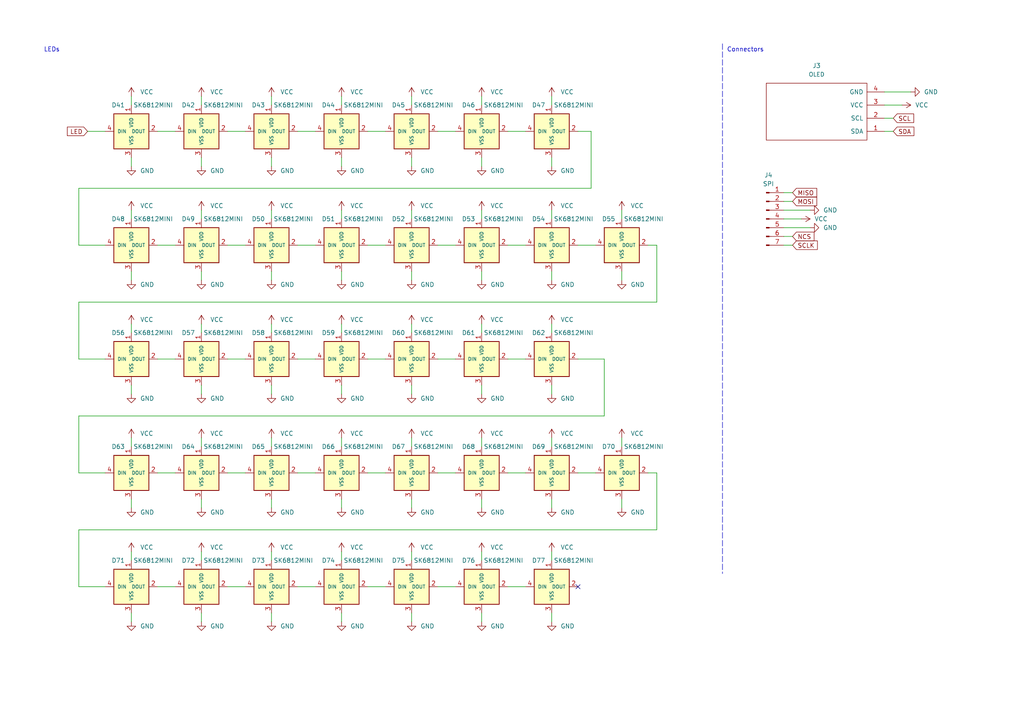
<source format=kicad_sch>
(kicad_sch (version 20211123) (generator eeschema)
  (paper "A4")
  (lib_symbols
    (symbol "ma8ic_split_69:Conn_01x07_Male" (pin_names (offset 1.016) hide)
      (property "Reference" "J" (at 0 10.16 0))
      (property "Value" "Conn_01x07_Male" (at 0 -10.16 0))
      (symbol "Conn_01x07_Male_1_1"
        (polyline (pts (xy 1.27 -7.62) (xy 0.8636 -7.62)) (stroke (width 0.1524)))
        (polyline (pts (xy 1.27 -5.08) (xy 0.8636 -5.08)) (stroke (width 0.1524)))
        (polyline (pts (xy 1.27 -2.54) (xy 0.8636 -2.54)) (stroke (width 0.1524)))
        (polyline (pts (xy 1.27 0) (xy 0.8636 0)) (stroke (width 0.1524)))
        (polyline (pts (xy 1.27 2.54) (xy 0.8636 2.54)) (stroke (width 0.1524)))
        (polyline (pts (xy 1.27 5.08) (xy 0.8636 5.08)) (stroke (width 0.1524)))
        (polyline (pts (xy 1.27 7.62) (xy 0.8636 7.62)) (stroke (width 0.1524)))
        (rectangle (start 0.8636 -7.493) (end 0 -7.747) (stroke (width 0.1524)) (fill (type outline)))
        (rectangle (start 0.8636 -4.953) (end 0 -5.207) (stroke (width 0.1524)) (fill (type outline)))
        (rectangle (start 0.8636 -2.413) (end 0 -2.667) (stroke (width 0.1524)) (fill (type outline)))
        (rectangle (start 0.8636 0.127) (end 0 -0.127) (stroke (width 0.1524)) (fill (type outline)))
        (rectangle (start 0.8636 2.667) (end 0 2.413) (stroke (width 0.1524)) (fill (type outline)))
        (rectangle (start 0.8636 5.207) (end 0 4.953) (stroke (width 0.1524)) (fill (type outline)))
        (rectangle (start 0.8636 7.747) (end 0 7.493) (stroke (width 0.1524)) (fill (type outline)))
        (pin passive line (at 5.08 7.62 180) (length 3.81) (name "Pin_1") (number "1"))
        (pin passive line (at 5.08 5.08 180) (length 3.81) (name "Pin_2") (number "2"))
        (pin passive line (at 5.08 2.54 180) (length 3.81) (name "Pin_3") (number "3"))
        (pin passive line (at 5.08 0 180) (length 3.81) (name "Pin_4") (number "4"))
        (pin passive line (at 5.08 -2.54 180) (length 3.81) (name "Pin_5") (number "5"))
        (pin passive line (at 5.08 -5.08 180) (length 3.81) (name "Pin_6") (number "6"))
        (pin passive line (at 5.08 -7.62 180) (length 3.81) (name "Pin_7") (number "7"))
      )
    )
    (symbol "ma8ic_split_69:GND" (power) (pin_names (offset 0))
      (property "Value" "GND" (at 0 -3.81 0))
      (symbol "GND_0_1"
        (polyline (pts (xy 0 0) (xy 0 -1.27) (xy 1.27 -1.27) (xy 0 -2.54) (xy -1.27 -1.27) (xy 0 -1.27)))
      )
      (symbol "GND_1_1"
        (pin power_in line (at 0 0 270) (length 0) hide (name "GND") (number "1"))
      )
    )
    (symbol "ma8ic_split_69:OLED" (pin_names (offset 1.016))
      (property "Reference" "J" (at 0 2.54 0))
      (property "Value" "OLED" (at 0 -1.27 0))
      (symbol "OLED_0_1"
        (rectangle (start -13.97 8.89) (end 15.24 -7.62))
      )
      (symbol "OLED_1_1"
        (pin bidirectional line (at -19.05 6.35 0) (length 5.08) (name "SDA") (number "1"))
        (pin bidirectional line (at -19.05 2.54 0) (length 5.08) (name "SCL") (number "2"))
        (pin power_in line (at -19.05 -1.27 0) (length 5.08) (name "VCC") (number "3"))
        (pin power_in line (at -19.05 -5.08 0) (length 5.08) (name "GND") (number "4"))
      )
    )
    (symbol "ma8ic_split_69:VCC" (power) (pin_names (offset 0))
      (property "Value" "VCC" (at 0 3.81 0))
      (symbol "VCC_0_1"
        (polyline (pts (xy -0.762 1.27) (xy 0 2.54)))
        (polyline (pts (xy 0 0) (xy 0 2.54)))
        (polyline (pts (xy 0 2.54) (xy 0.762 1.27)))
      )
      (symbol "VCC_1_1"
        (pin power_in line (at 0 0 90) (length 0) hide (name "VCC") (number "1"))
      )
    )
    (symbol "ma8ic_split_69:YS-SK6812MINI-E" (pin_names (offset 1.016))
      (property "Reference" "LED" (at 2.54 -7.62 0))
      (property "Value" "YS-SK6812MINI-E" (at 6.35 -6.35 0))
      (symbol "YS-SK6812MINI-E_0_1"
        (rectangle (start -5.08 5.08) (end 5.08 -5.08) (stroke (width 0.254)) (fill (type background)))
      )
      (symbol "YS-SK6812MINI-E_1_1"
        (pin power_in line (at 0 7.62 270) (length 2.54) (name "VDD") (number "1"))
        (pin output line (at 7.62 0 180) (length 2.54) (name "DOUT") (number "2"))
        (pin power_in line (at 0 -7.62 90) (length 2.54) (name "VSS") (number "3"))
        (pin input line (at -7.62 0 0) (length 2.54) (name "DIN") (number "4"))
      )
    )
  )
  (no_connect (at 167.64 170.18))
  (wire (pts (xy 45.72 38.1) (xy 50.8 38.1)))
  (wire (pts (xy 139.7 177.8) (xy 139.7 180.34)))
  (wire (pts (xy 22.86 153.67) (xy 190.5 153.67)))
  (wire (pts (xy 256.54 34.29) (xy 259.08 34.29)))
  (wire (pts (xy 171.45 54.61) (xy 22.86 54.61)))
  (wire (pts (xy 119.38 111.76) (xy 119.38 114.3)))
  (wire (pts (xy 22.86 137.16) (xy 30.48 137.16)))
  (wire (pts (xy 160.02 93.98) (xy 160.02 96.52)))
  (wire (pts (xy 58.42 144.78) (xy 58.42 147.32)))
  (wire (pts (xy 22.86 104.14) (xy 30.48 104.14)))
  (wire (pts (xy 139.7 93.98) (xy 139.7 96.52)))
  (wire (pts (xy 66.04 71.12) (xy 71.12 71.12)))
  (wire (pts (xy 139.7 45.72) (xy 139.7 48.26)))
  (wire (pts (xy 58.42 127) (xy 58.42 129.54)))
  (wire (pts (xy 106.68 104.14) (xy 111.76 104.14)))
  (wire (pts (xy 66.04 137.16) (xy 71.12 137.16)))
  (wire (pts (xy 86.36 170.18) (xy 91.44 170.18)))
  (wire (pts (xy 227.33 60.96) (xy 234.95 60.96)))
  (wire (pts (xy 78.74 78.74) (xy 78.74 81.28)))
  (wire (pts (xy 106.68 137.16) (xy 111.76 137.16)))
  (wire (pts (xy 119.38 27.94) (xy 119.38 30.48)))
  (wire (pts (xy 190.5 71.12) (xy 190.5 87.63)))
  (wire (pts (xy 78.74 27.94) (xy 78.74 30.48)))
  (wire (pts (xy 99.06 60.96) (xy 99.06 63.5)))
  (wire (pts (xy 147.32 104.14) (xy 152.4 104.14)))
  (wire (pts (xy 227.33 58.42) (xy 229.87 58.42)))
  (wire (pts (xy 58.42 60.96) (xy 58.42 63.5)))
  (wire (pts (xy 190.5 137.16) (xy 190.5 153.67)))
  (wire (pts (xy 167.64 38.1) (xy 171.45 38.1)))
  (wire (pts (xy 86.36 71.12) (xy 91.44 71.12)))
  (wire (pts (xy 147.32 71.12) (xy 152.4 71.12)))
  (wire (pts (xy 256.54 26.67) (xy 264.16 26.67)))
  (wire (pts (xy 99.06 27.94) (xy 99.06 30.48)))
  (wire (pts (xy 86.36 104.14) (xy 91.44 104.14)))
  (wire (pts (xy 99.06 160.02) (xy 99.06 162.56)))
  (wire (pts (xy 78.74 127) (xy 78.74 129.54)))
  (wire (pts (xy 139.7 111.76) (xy 139.7 114.3)))
  (wire (pts (xy 160.02 177.8) (xy 160.02 180.34)))
  (wire (pts (xy 66.04 170.18) (xy 71.12 170.18)))
  (wire (pts (xy 38.1 93.98) (xy 38.1 96.52)))
  (wire (pts (xy 256.54 38.1) (xy 259.08 38.1)))
  (wire (pts (xy 45.72 71.12) (xy 50.8 71.12)))
  (wire (pts (xy 187.96 71.12) (xy 190.5 71.12)))
  (wire (pts (xy 78.74 60.96) (xy 78.74 63.5)))
  (wire (pts (xy 38.1 127) (xy 38.1 129.54)))
  (wire (pts (xy 38.1 45.72) (xy 38.1 48.26)))
  (wire (pts (xy 22.86 120.65) (xy 22.86 137.16)))
  (wire (pts (xy 99.06 177.8) (xy 99.06 180.34)))
  (wire (pts (xy 25.4 38.1) (xy 30.48 38.1)))
  (wire (pts (xy 167.64 71.12) (xy 172.72 71.12)))
  (wire (pts (xy 99.06 78.74) (xy 99.06 81.28)))
  (wire (pts (xy 22.86 71.12) (xy 30.48 71.12)))
  (wire (pts (xy 58.42 160.02) (xy 58.42 162.56)))
  (wire (pts (xy 127 170.18) (xy 132.08 170.18)))
  (wire (pts (xy 99.06 45.72) (xy 99.06 48.26)))
  (wire (pts (xy 38.1 60.96) (xy 38.1 63.5)))
  (wire (pts (xy 160.02 45.72) (xy 160.02 48.26)))
  (wire (pts (xy 22.86 87.63) (xy 22.86 104.14)))
  (wire (pts (xy 58.42 45.72) (xy 58.42 48.26)))
  (wire (pts (xy 38.1 111.76) (xy 38.1 114.3)))
  (wire (pts (xy 99.06 127) (xy 99.06 129.54)))
  (wire (pts (xy 139.7 160.02) (xy 139.7 162.56)))
  (wire (pts (xy 139.7 127) (xy 139.7 129.54)))
  (wire (pts (xy 180.34 144.78) (xy 180.34 147.32)))
  (wire (pts (xy 106.68 38.1) (xy 111.76 38.1)))
  (wire (pts (xy 119.38 127) (xy 119.38 129.54)))
  (wire (pts (xy 139.7 60.96) (xy 139.7 63.5)))
  (wire (pts (xy 45.72 104.14) (xy 50.8 104.14)))
  (polyline (pts (xy 209.55 12.7) (xy 209.55 166.37)))
  (wire (pts (xy 147.32 170.18) (xy 152.4 170.18)))
  (wire (pts (xy 147.32 38.1) (xy 152.4 38.1)))
  (wire (pts (xy 22.86 120.65) (xy 175.26 120.65)))
  (wire (pts (xy 227.33 55.88) (xy 229.87 55.88)))
  (wire (pts (xy 45.72 137.16) (xy 50.8 137.16)))
  (wire (pts (xy 160.02 160.02) (xy 160.02 162.56)))
  (wire (pts (xy 171.45 38.1) (xy 171.45 54.61)))
  (wire (pts (xy 78.74 93.98) (xy 78.74 96.52)))
  (wire (pts (xy 119.38 160.02) (xy 119.38 162.56)))
  (wire (pts (xy 127 104.14) (xy 132.08 104.14)))
  (wire (pts (xy 127 71.12) (xy 132.08 71.12)))
  (wire (pts (xy 78.74 177.8) (xy 78.74 180.34)))
  (wire (pts (xy 86.36 137.16) (xy 91.44 137.16)))
  (wire (pts (xy 160.02 27.94) (xy 160.02 30.48)))
  (wire (pts (xy 167.64 137.16) (xy 172.72 137.16)))
  (wire (pts (xy 160.02 60.96) (xy 160.02 63.5)))
  (wire (pts (xy 119.38 144.78) (xy 119.38 147.32)))
  (wire (pts (xy 227.33 63.5) (xy 232.41 63.5)))
  (wire (pts (xy 78.74 160.02) (xy 78.74 162.56)))
  (wire (pts (xy 106.68 170.18) (xy 111.76 170.18)))
  (wire (pts (xy 119.38 93.98) (xy 119.38 96.52)))
  (wire (pts (xy 127 38.1) (xy 132.08 38.1)))
  (wire (pts (xy 119.38 78.74) (xy 119.38 81.28)))
  (wire (pts (xy 187.96 137.16) (xy 190.5 137.16)))
  (wire (pts (xy 160.02 111.76) (xy 160.02 114.3)))
  (wire (pts (xy 160.02 144.78) (xy 160.02 147.32)))
  (wire (pts (xy 119.38 45.72) (xy 119.38 48.26)))
  (wire (pts (xy 99.06 111.76) (xy 99.06 114.3)))
  (wire (pts (xy 180.34 60.96) (xy 180.34 63.5)))
  (wire (pts (xy 147.32 137.16) (xy 152.4 137.16)))
  (wire (pts (xy 38.1 160.02) (xy 38.1 162.56)))
  (wire (pts (xy 256.54 30.48) (xy 261.62 30.48)))
  (wire (pts (xy 22.86 170.18) (xy 30.48 170.18)))
  (wire (pts (xy 78.74 111.76) (xy 78.74 114.3)))
  (wire (pts (xy 139.7 144.78) (xy 139.7 147.32)))
  (wire (pts (xy 180.34 78.74) (xy 180.34 81.28)))
  (wire (pts (xy 119.38 177.8) (xy 119.38 180.34)))
  (wire (pts (xy 86.36 38.1) (xy 91.44 38.1)))
  (wire (pts (xy 58.42 177.8) (xy 58.42 180.34)))
  (wire (pts (xy 58.42 27.94) (xy 58.42 30.48)))
  (wire (pts (xy 99.06 144.78) (xy 99.06 147.32)))
  (wire (pts (xy 22.86 153.67) (xy 22.86 170.18)))
  (wire (pts (xy 66.04 104.14) (xy 71.12 104.14)))
  (wire (pts (xy 227.33 71.12) (xy 229.87 71.12)))
  (wire (pts (xy 106.68 71.12) (xy 111.76 71.12)))
  (wire (pts (xy 38.1 78.74) (xy 38.1 81.28)))
  (wire (pts (xy 160.02 127) (xy 160.02 129.54)))
  (wire (pts (xy 78.74 144.78) (xy 78.74 147.32)))
  (wire (pts (xy 78.74 45.72) (xy 78.74 48.26)))
  (wire (pts (xy 139.7 78.74) (xy 139.7 81.28)))
  (wire (pts (xy 127 137.16) (xy 132.08 137.16)))
  (wire (pts (xy 45.72 170.18) (xy 50.8 170.18)))
  (wire (pts (xy 227.33 66.04) (xy 234.95 66.04)))
  (wire (pts (xy 139.7 27.94) (xy 139.7 30.48)))
  (wire (pts (xy 22.86 54.61) (xy 22.86 71.12)))
  (wire (pts (xy 38.1 27.94) (xy 38.1 30.48)))
  (wire (pts (xy 38.1 177.8) (xy 38.1 180.34)))
  (wire (pts (xy 58.42 111.76) (xy 58.42 114.3)))
  (wire (pts (xy 58.42 93.98) (xy 58.42 96.52)))
  (wire (pts (xy 227.33 68.58) (xy 229.87 68.58)))
  (wire (pts (xy 175.26 120.65) (xy 175.26 104.14)))
  (wire (pts (xy 180.34 127) (xy 180.34 129.54)))
  (wire (pts (xy 22.86 87.63) (xy 190.5 87.63)))
  (wire (pts (xy 38.1 144.78) (xy 38.1 147.32)))
  (wire (pts (xy 58.42 78.74) (xy 58.42 81.28)))
  (wire (pts (xy 99.06 93.98) (xy 99.06 96.52)))
  (wire (pts (xy 119.38 60.96) (xy 119.38 63.5)))
  (wire (pts (xy 66.04 38.1) (xy 71.12 38.1)))
  (wire (pts (xy 167.64 104.14) (xy 175.26 104.14)))
  (wire (pts (xy 160.02 78.74) (xy 160.02 81.28)))
  (text "LEDs" (at 12.7 15.24 0) (effects (font (size 1.27 1.27)) (justify left bottom)))
  (text "Connectors" (at 210.82 15.24 0) (effects (font (size 1.27 1.27)) (justify left bottom)))
  (global_label "SCLK" (shape input) (at 229.87 71.12 0) (property "Intersheet References" "${INTERSHEET_REFS}" (effects hide)))
  (global_label "SCL" (shape input) (at 259.08 34.29 0) (property "Intersheet References" "${INTERSHEET_REFS}" (effects hide)))
  (global_label "NCS" (shape input) (at 229.87 68.58 0) (property "Intersheet References" "${INTERSHEET_REFS}" (effects hide)))
  (global_label "MOSI" (shape input) (at 229.87 58.42 0) (property "Intersheet References" "${INTERSHEET_REFS}" (effects hide)))
  (global_label "LED" (shape input) (at 25.4 38.1 180) (property "Intersheet References" "${INTERSHEET_REFS}" (effects hide)))
  (global_label "MISO" (shape input) (at 229.87 55.88 0) (property "Intersheet References" "${INTERSHEET_REFS}" (effects hide)))
  (global_label "SDA" (shape input) (at 259.08 38.1 0) (property "Intersheet References" "${INTERSHEET_REFS}" (effects hide)))
  (symbol (lib_id "ma8ic_split_69:VCC") (at 38.1 160.02 0) (unit 1)
    (property "Reference" "#PWR095" (effects hide))
    (property "Value" "VCC" (at 40.64 158.7499 0) (effects (justify left)))
  )
  (symbol (lib_id "ma8ic_split_69:YS-SK6812MINI-E") (at 99.06 104.14 0) (unit 1)
    (property "Reference" "D59" (at 95.25 96.52 0))
    (property "Value" "SK6812MINI" (at 105.41 96.52 0))
    (property "Footprint" "ma8ic_split_69:YS-SK6812MINI-E" (effects hide))
    (property "Datasheet" "https://cdn-shop.adafruit.com/product-files/2686/SK6812MINI_REV.01-1-2.pdf" (effects hide))
  )
  (symbol (lib_id "ma8ic_split_69:VCC") (at 78.74 127 0) (unit 1)
    (property "Reference" "#PWR081" (effects hide))
    (property "Value" "VCC" (at 81.28 125.7299 0) (effects (justify left)))
  )
  (symbol (lib_id "ma8ic_split_69:GND") (at 119.38 48.26 0) (unit 1)
    (property "Reference" "#PWR043" (effects hide))
    (property "Value" "GND" (at 121.92 49.5299 0) (effects (justify left)))
  )
  (symbol (lib_id "ma8ic_split_69:GND") (at 180.34 147.32 0) (unit 1)
    (property "Reference" "#PWR094" (effects hide))
    (property "Value" "GND" (at 182.88 148.5899 0) (effects (justify left)))
  )
  (symbol (lib_id "ma8ic_split_69:GND") (at 180.34 81.28 0) (unit 1)
    (property "Reference" "#PWR064" (effects hide))
    (property "Value" "GND" (at 182.88 82.5499 0) (effects (justify left)))
  )
  (symbol (lib_id "ma8ic_split_69:GND") (at 99.06 180.34 0) (unit 1)
    (property "Reference" "#PWR0105" (effects hide))
    (property "Value" "GND" (at 101.6 181.6099 0) (effects (justify left)))
  )
  (symbol (lib_id "ma8ic_split_69:GND") (at 58.42 147.32 0) (unit 1)
    (property "Reference" "#PWR088" (effects hide))
    (property "Value" "GND" (at 60.96 148.5899 0) (effects (justify left)))
  )
  (symbol (lib_id "ma8ic_split_69:GND") (at 58.42 114.3 0) (unit 1)
    (property "Reference" "#PWR073" (effects hide))
    (property "Value" "GND" (at 60.96 115.5699 0) (effects (justify left)))
  )
  (symbol (lib_id "ma8ic_split_69:GND") (at 234.95 60.96 90) (unit 1)
    (property "Reference" "#PWR054" (effects hide))
    (property "Value" "GND" (at 238.76 60.9599 90) (effects (justify right)))
  )
  (symbol (lib_id "ma8ic_split_69:VCC") (at 58.42 60.96 0) (unit 1)
    (property "Reference" "#PWR047" (effects hide))
    (property "Value" "VCC" (at 60.96 59.6899 0) (effects (justify left)))
  )
  (symbol (lib_id "ma8ic_split_69:GND") (at 78.74 48.26 0) (unit 1)
    (property "Reference" "#PWR041" (effects hide))
    (property "Value" "GND" (at 81.28 49.5299 0) (effects (justify left)))
  )
  (symbol (lib_id "ma8ic_split_69:YS-SK6812MINI-E") (at 139.7 38.1 0) (unit 1)
    (property "Reference" "D46" (at 135.89 30.48 0))
    (property "Value" "SK6812MINI" (at 146.05 30.48 0))
    (property "Footprint" "ma8ic_split_69:YS-SK6812MINI-E" (effects hide))
    (property "Datasheet" "https://cdn-shop.adafruit.com/product-files/2686/SK6812MINI_REV.01-1-2.pdf" (effects hide))
  )
  (symbol (lib_id "ma8ic_split_69:YS-SK6812MINI-E") (at 119.38 137.16 0) (unit 1)
    (property "Reference" "D67" (at 115.57 129.54 0))
    (property "Value" "SK6812MINI" (at 125.73 129.54 0))
    (property "Footprint" "ma8ic_split_69:YS-SK6812MINI-E" (effects hide))
    (property "Datasheet" "https://cdn-shop.adafruit.com/product-files/2686/SK6812MINI_REV.01-1-2.pdf" (effects hide))
  )
  (symbol (lib_id "ma8ic_split_69:VCC") (at 160.02 93.98 0) (unit 1)
    (property "Reference" "#PWR071" (effects hide))
    (property "Value" "VCC" (at 162.56 92.7099 0) (effects (justify left)))
  )
  (symbol (lib_id "ma8ic_split_69:GND") (at 78.74 81.28 0) (unit 1)
    (property "Reference" "#PWR059" (effects hide))
    (property "Value" "GND" (at 81.28 82.5499 0) (effects (justify left)))
  )
  (symbol (lib_id "ma8ic_split_69:VCC") (at 99.06 60.96 0) (unit 1)
    (property "Reference" "#PWR049" (effects hide))
    (property "Value" "VCC" (at 101.6 59.6899 0) (effects (justify left)))
  )
  (symbol (lib_id "ma8ic_split_69:VCC") (at 38.1 127 0) (unit 1)
    (property "Reference" "#PWR079" (effects hide))
    (property "Value" "VCC" (at 40.64 125.7299 0) (effects (justify left)))
  )
  (symbol (lib_id "ma8ic_split_69:YS-SK6812MINI-E") (at 139.7 71.12 0) (unit 1)
    (property "Reference" "D53" (at 135.89 63.5 0))
    (property "Value" "SK6812MINI" (at 146.05 63.5 0))
    (property "Footprint" "ma8ic_split_69:YS-SK6812MINI-E" (effects hide))
    (property "Datasheet" "https://cdn-shop.adafruit.com/product-files/2686/SK6812MINI_REV.01-1-2.pdf" (effects hide))
  )
  (symbol (lib_id "ma8ic_split_69:GND") (at 139.7 147.32 0) (unit 1)
    (property "Reference" "#PWR092" (effects hide))
    (property "Value" "GND" (at 142.24 148.5899 0) (effects (justify left)))
  )
  (symbol (lib_id "ma8ic_split_69:GND") (at 99.06 81.28 0) (unit 1)
    (property "Reference" "#PWR060" (effects hide))
    (property "Value" "GND" (at 101.6 82.5499 0) (effects (justify left)))
  )
  (symbol (lib_id "ma8ic_split_69:GND") (at 139.7 114.3 0) (unit 1)
    (property "Reference" "#PWR077" (effects hide))
    (property "Value" "GND" (at 142.24 115.5699 0) (effects (justify left)))
  )
  (symbol (lib_id "ma8ic_split_69:VCC") (at 261.62 30.48 270) (unit 1)
    (property "Reference" "#PWR038" (effects hide))
    (property "Value" "VCC" (at 265.43 30.4799 90) (effects (justify left)))
  )
  (symbol (lib_id "ma8ic_split_69:YS-SK6812MINI-E") (at 160.02 170.18 0) (unit 1)
    (property "Reference" "D77" (at 156.21 162.56 0))
    (property "Value" "SK6812MINI" (at 166.37 162.56 0))
    (property "Footprint" "ma8ic_split_69:YS-SK6812MINI-E" (effects hide))
    (property "Datasheet" "https://cdn-shop.adafruit.com/product-files/2686/SK6812MINI_REV.01-1-2.pdf" (effects hide))
  )
  (symbol (lib_id "ma8ic_split_69:YS-SK6812MINI-E") (at 78.74 71.12 0) (unit 1)
    (property "Reference" "D50" (at 74.93 63.5 0))
    (property "Value" "SK6812MINI" (at 85.09 63.5 0))
    (property "Footprint" "ma8ic_split_69:YS-SK6812MINI-E" (effects hide))
    (property "Datasheet" "https://cdn-shop.adafruit.com/product-files/2686/SK6812MINI_REV.01-1-2.pdf" (effects hide))
  )
  (symbol (lib_id "ma8ic_split_69:GND") (at 119.38 147.32 0) (unit 1)
    (property "Reference" "#PWR091" (effects hide))
    (property "Value" "GND" (at 121.92 148.5899 0) (effects (justify left)))
  )
  (symbol (lib_id "ma8ic_split_69:GND") (at 58.42 48.26 0) (unit 1)
    (property "Reference" "#PWR040" (effects hide))
    (property "Value" "GND" (at 60.96 49.5299 0) (effects (justify left)))
  )
  (symbol (lib_id "ma8ic_split_69:YS-SK6812MINI-E") (at 58.42 104.14 0) (unit 1)
    (property "Reference" "D57" (at 54.61 96.52 0))
    (property "Value" "SK6812MINI" (at 64.77 96.52 0))
    (property "Footprint" "ma8ic_split_69:YS-SK6812MINI-E" (effects hide))
    (property "Datasheet" "https://cdn-shop.adafruit.com/product-files/2686/SK6812MINI_REV.01-1-2.pdf" (effects hide))
  )
  (symbol (lib_id "ma8ic_split_69:GND") (at 160.02 147.32 0) (unit 1)
    (property "Reference" "#PWR093" (effects hide))
    (property "Value" "GND" (at 162.56 148.5899 0) (effects (justify left)))
  )
  (symbol (lib_id "ma8ic_split_69:YS-SK6812MINI-E") (at 139.7 104.14 0) (unit 1)
    (property "Reference" "D61" (at 135.89 96.52 0))
    (property "Value" "SK6812MINI" (at 146.05 96.52 0))
    (property "Footprint" "ma8ic_split_69:YS-SK6812MINI-E" (effects hide))
    (property "Datasheet" "https://cdn-shop.adafruit.com/product-files/2686/SK6812MINI_REV.01-1-2.pdf" (effects hide))
  )
  (symbol (lib_id "ma8ic_split_69:GND") (at 139.7 180.34 0) (unit 1)
    (property "Reference" "#PWR0107" (effects hide))
    (property "Value" "GND" (at 142.24 181.6099 0) (effects (justify left)))
  )
  (symbol (lib_id "ma8ic_split_69:YS-SK6812MINI-E") (at 38.1 104.14 0) (unit 1)
    (property "Reference" "D56" (at 34.29 96.52 0))
    (property "Value" "SK6812MINI" (at 44.45 96.52 0))
    (property "Footprint" "ma8ic_split_69:YS-SK6812MINI-E" (effects hide))
    (property "Datasheet" "https://cdn-shop.adafruit.com/product-files/2686/SK6812MINI_REV.01-1-2.pdf" (effects hide))
  )
  (symbol (lib_id "ma8ic_split_69:YS-SK6812MINI-E") (at 139.7 137.16 0) (unit 1)
    (property "Reference" "D68" (at 135.89 129.54 0))
    (property "Value" "SK6812MINI" (at 146.05 129.54 0))
    (property "Footprint" "ma8ic_split_69:YS-SK6812MINI-E" (effects hide))
    (property "Datasheet" "https://cdn-shop.adafruit.com/product-files/2686/SK6812MINI_REV.01-1-2.pdf" (effects hide))
  )
  (symbol (lib_id "ma8ic_split_69:GND") (at 160.02 48.26 0) (unit 1)
    (property "Reference" "#PWR045" (effects hide))
    (property "Value" "GND" (at 162.56 49.5299 0) (effects (justify left)))
  )
  (symbol (lib_id "ma8ic_split_69:VCC") (at 119.38 60.96 0) (unit 1)
    (property "Reference" "#PWR050" (effects hide))
    (property "Value" "VCC" (at 121.92 59.6899 0) (effects (justify left)))
  )
  (symbol (lib_id "ma8ic_split_69:VCC") (at 160.02 127 0) (unit 1)
    (property "Reference" "#PWR085" (effects hide))
    (property "Value" "VCC" (at 162.56 125.7299 0) (effects (justify left)))
  )
  (symbol (lib_id "ma8ic_split_69:VCC") (at 119.38 27.94 0) (unit 1)
    (property "Reference" "#PWR035" (effects hide))
    (property "Value" "VCC" (at 121.92 26.6699 0) (effects (justify left)))
  )
  (symbol (lib_id "ma8ic_split_69:GND") (at 38.1 114.3 0) (unit 1)
    (property "Reference" "#PWR072" (effects hide))
    (property "Value" "GND" (at 40.64 115.5699 0) (effects (justify left)))
  )
  (symbol (lib_id "ma8ic_split_69:GND") (at 38.1 147.32 0) (unit 1)
    (property "Reference" "#PWR087" (effects hide))
    (property "Value" "GND" (at 40.64 148.5899 0) (effects (justify left)))
  )
  (symbol (lib_id "ma8ic_split_69:YS-SK6812MINI-E") (at 58.42 71.12 0) (unit 1)
    (property "Reference" "D49" (at 54.61 63.5 0))
    (property "Value" "SK6812MINI" (at 64.77 63.5 0))
    (property "Footprint" "ma8ic_split_69:YS-SK6812MINI-E" (effects hide))
    (property "Datasheet" "https://cdn-shop.adafruit.com/product-files/2686/SK6812MINI_REV.01-1-2.pdf" (effects hide))
  )
  (symbol (lib_id "ma8ic_split_69:GND") (at 139.7 81.28 0) (unit 1)
    (property "Reference" "#PWR062" (effects hide))
    (property "Value" "GND" (at 142.24 82.5499 0) (effects (justify left)))
  )
  (symbol (lib_id "ma8ic_split_69:VCC") (at 119.38 93.98 0) (unit 1)
    (property "Reference" "#PWR069" (effects hide))
    (property "Value" "VCC" (at 121.92 92.7099 0) (effects (justify left)))
  )
  (symbol (lib_id "ma8ic_split_69:GND") (at 78.74 180.34 0) (unit 1)
    (property "Reference" "#PWR0104" (effects hide))
    (property "Value" "GND" (at 81.28 181.6099 0) (effects (justify left)))
  )
  (symbol (lib_id "ma8ic_split_69:GND") (at 160.02 114.3 0) (unit 1)
    (property "Reference" "#PWR078" (effects hide))
    (property "Value" "GND" (at 162.56 115.5699 0) (effects (justify left)))
  )
  (symbol (lib_id "ma8ic_split_69:VCC") (at 58.42 160.02 0) (unit 1)
    (property "Reference" "#PWR096" (effects hide))
    (property "Value" "VCC" (at 60.96 158.7499 0) (effects (justify left)))
  )
  (symbol (lib_id "ma8ic_split_69:GND") (at 58.42 81.28 0) (unit 1)
    (property "Reference" "#PWR058" (effects hide))
    (property "Value" "GND" (at 60.96 82.5499 0) (effects (justify left)))
  )
  (symbol (lib_id "ma8ic_split_69:YS-SK6812MINI-E") (at 119.38 104.14 0) (unit 1)
    (property "Reference" "D60" (at 115.57 96.52 0))
    (property "Value" "SK6812MINI" (at 125.73 96.52 0))
    (property "Footprint" "ma8ic_split_69:YS-SK6812MINI-E" (effects hide))
    (property "Datasheet" "https://cdn-shop.adafruit.com/product-files/2686/SK6812MINI_REV.01-1-2.pdf" (effects hide))
  )
  (symbol (lib_id "ma8ic_split_69:VCC") (at 78.74 27.94 0) (unit 1)
    (property "Reference" "#PWR033" (effects hide))
    (property "Value" "VCC" (at 81.28 26.6699 0) (effects (justify left)))
  )
  (symbol (lib_id "ma8ic_split_69:VCC") (at 232.41 63.5 270) (unit 1)
    (property "Reference" "#PWR055" (effects hide))
    (property "Value" "VCC" (at 236.22 63.4999 90) (effects (justify left)))
  )
  (symbol (lib_id "ma8ic_split_69:VCC") (at 160.02 160.02 0) (unit 1)
    (property "Reference" "#PWR0101" (effects hide))
    (property "Value" "VCC" (at 162.56 158.7499 0) (effects (justify left)))
  )
  (symbol (lib_id "ma8ic_split_69:GND") (at 234.95 66.04 90) (unit 1)
    (property "Reference" "#PWR056" (effects hide))
    (property "Value" "GND" (at 238.76 66.0399 90) (effects (justify right)))
  )
  (symbol (lib_id "ma8ic_split_69:YS-SK6812MINI-E") (at 139.7 170.18 0) (unit 1)
    (property "Reference" "D76" (at 135.89 162.56 0))
    (property "Value" "SK6812MINI" (at 146.05 162.56 0))
    (property "Footprint" "ma8ic_split_69:YS-SK6812MINI-E" (effects hide))
    (property "Datasheet" "https://cdn-shop.adafruit.com/product-files/2686/SK6812MINI_REV.01-1-2.pdf" (effects hide))
  )
  (symbol (lib_id "ma8ic_split_69:VCC") (at 38.1 93.98 0) (unit 1)
    (property "Reference" "#PWR065" (effects hide))
    (property "Value" "VCC" (at 40.64 92.7099 0) (effects (justify left)))
  )
  (symbol (lib_id "ma8ic_split_69:VCC") (at 180.34 127 0) (unit 1)
    (property "Reference" "#PWR086" (effects hide))
    (property "Value" "VCC" (at 182.88 125.7299 0) (effects (justify left)))
  )
  (symbol (lib_id "ma8ic_split_69:YS-SK6812MINI-E") (at 180.34 71.12 0) (unit 1)
    (property "Reference" "D55" (at 176.53 63.5 0))
    (property "Value" "SK6812MINI" (at 186.69 63.5 0))
    (property "Footprint" "ma8ic_split_69:YS-SK6812MINI-E" (effects hide))
    (property "Datasheet" "https://cdn-shop.adafruit.com/product-files/2686/SK6812MINI_REV.01-1-2.pdf" (effects hide))
  )
  (symbol (lib_id "ma8ic_split_69:GND") (at 119.38 81.28 0) (unit 1)
    (property "Reference" "#PWR061" (effects hide))
    (property "Value" "GND" (at 121.92 82.5499 0) (effects (justify left)))
  )
  (symbol (lib_id "ma8ic_split_69:YS-SK6812MINI-E") (at 180.34 137.16 0) (unit 1)
    (property "Reference" "D70" (at 176.53 129.54 0))
    (property "Value" "SK6812MINI" (at 186.69 129.54 0))
    (property "Footprint" "ma8ic_split_69:YS-SK6812MINI-E" (effects hide))
    (property "Datasheet" "https://cdn-shop.adafruit.com/product-files/2686/SK6812MINI_REV.01-1-2.pdf" (effects hide))
  )
  (symbol (lib_id "ma8ic_split_69:YS-SK6812MINI-E") (at 58.42 38.1 0) (unit 1)
    (property "Reference" "D42" (at 54.61 30.48 0))
    (property "Value" "SK6812MINI" (at 64.77 30.48 0))
    (property "Footprint" "ma8ic_split_69:YS-SK6812MINI-E" (effects hide))
    (property "Datasheet" "https://cdn-shop.adafruit.com/product-files/2686/SK6812MINI_REV.01-1-2.pdf" (effects hide))
  )
  (symbol (lib_id "ma8ic_split_69:VCC") (at 58.42 127 0) (unit 1)
    (property "Reference" "#PWR080" (effects hide))
    (property "Value" "VCC" (at 60.96 125.7299 0) (effects (justify left)))
  )
  (symbol (lib_id "ma8ic_split_69:YS-SK6812MINI-E") (at 99.06 38.1 0) (unit 1)
    (property "Reference" "D44" (at 95.25 30.48 0))
    (property "Value" "SK6812MINI" (at 105.41 30.48 0))
    (property "Footprint" "ma8ic_split_69:YS-SK6812MINI-E" (effects hide))
    (property "Datasheet" "https://cdn-shop.adafruit.com/product-files/2686/SK6812MINI_REV.01-1-2.pdf" (effects hide))
  )
  (symbol (lib_id "ma8ic_split_69:YS-SK6812MINI-E") (at 119.38 170.18 0) (unit 1)
    (property "Reference" "D75" (at 115.57 162.56 0))
    (property "Value" "SK6812MINI" (at 125.73 162.56 0))
    (property "Footprint" "ma8ic_split_69:YS-SK6812MINI-E" (effects hide))
    (property "Datasheet" "https://cdn-shop.adafruit.com/product-files/2686/SK6812MINI_REV.01-1-2.pdf" (effects hide))
  )
  (symbol (lib_id "ma8ic_split_69:VCC") (at 99.06 127 0) (unit 1)
    (property "Reference" "#PWR082" (effects hide))
    (property "Value" "VCC" (at 101.6 125.7299 0) (effects (justify left)))
  )
  (symbol (lib_id "ma8ic_split_69:GND") (at 160.02 81.28 0) (unit 1)
    (property "Reference" "#PWR063" (effects hide))
    (property "Value" "GND" (at 162.56 82.5499 0) (effects (justify left)))
  )
  (symbol (lib_id "ma8ic_split_69:YS-SK6812MINI-E") (at 160.02 71.12 0) (unit 1)
    (property "Reference" "D54" (at 156.21 63.5 0))
    (property "Value" "SK6812MINI" (at 166.37 63.5 0))
    (property "Footprint" "ma8ic_split_69:YS-SK6812MINI-E" (effects hide))
    (property "Datasheet" "https://cdn-shop.adafruit.com/product-files/2686/SK6812MINI_REV.01-1-2.pdf" (effects hide))
  )
  (symbol (lib_id "ma8ic_split_69:YS-SK6812MINI-E") (at 99.06 71.12 0) (unit 1)
    (property "Reference" "D51" (at 95.25 63.5 0))
    (property "Value" "SK6812MINI" (at 105.41 63.5 0))
    (property "Footprint" "ma8ic_split_69:YS-SK6812MINI-E" (effects hide))
    (property "Datasheet" "https://cdn-shop.adafruit.com/product-files/2686/SK6812MINI_REV.01-1-2.pdf" (effects hide))
  )
  (symbol (lib_id "ma8ic_split_69:VCC") (at 78.74 93.98 0) (unit 1)
    (property "Reference" "#PWR067" (effects hide))
    (property "Value" "VCC" (at 81.28 92.7099 0) (effects (justify left)))
  )
  (symbol (lib_id "ma8ic_split_69:VCC") (at 99.06 27.94 0) (unit 1)
    (property "Reference" "#PWR034" (effects hide))
    (property "Value" "VCC" (at 101.6 26.6699 0) (effects (justify left)))
  )
  (symbol (lib_id "ma8ic_split_69:YS-SK6812MINI-E") (at 78.74 104.14 0) (unit 1)
    (property "Reference" "D58" (at 74.93 96.52 0))
    (property "Value" "SK6812MINI" (at 85.09 96.52 0))
    (property "Footprint" "ma8ic_split_69:YS-SK6812MINI-E" (effects hide))
    (property "Datasheet" "https://cdn-shop.adafruit.com/product-files/2686/SK6812MINI_REV.01-1-2.pdf" (effects hide))
  )
  (symbol (lib_id "ma8ic_split_69:VCC") (at 160.02 60.96 0) (unit 1)
    (property "Reference" "#PWR052" (effects hide))
    (property "Value" "VCC" (at 162.56 59.6899 0) (effects (justify left)))
  )
  (symbol (lib_id "ma8ic_split_69:OLED") (at 237.49 31.75 180) (unit 1)
    (property "Reference" "J3" (at 236.855 19.05 0) (effects (font (size 1.2954 1.2954))))
    (property "Value" "OLED" (at 236.855 21.59 0) (effects (font (size 1.1938 1.1938))))
    (property "Footprint" "ma8ic_split_69:OLED_v2" (effects hide))
  )
  (symbol (lib_id "ma8ic_split_69:GND") (at 38.1 81.28 0) (unit 1)
    (property "Reference" "#PWR057" (effects hide))
    (property "Value" "GND" (at 40.64 82.5499 0) (effects (justify left)))
  )
  (symbol (lib_id "ma8ic_split_69:VCC") (at 160.02 27.94 0) (unit 1)
    (property "Reference" "#PWR037" (effects hide))
    (property "Value" "VCC" (at 162.56 26.6699 0) (effects (justify left)))
  )
  (symbol (lib_id "ma8ic_split_69:YS-SK6812MINI-E") (at 38.1 71.12 0) (unit 1)
    (property "Reference" "D48" (at 34.29 63.5 0))
    (property "Value" "SK6812MINI" (at 44.45 63.5 0))
    (property "Footprint" "ma8ic_split_69:YS-SK6812MINI-E" (effects hide))
    (property "Datasheet" "https://cdn-shop.adafruit.com/product-files/2686/SK6812MINI_REV.01-1-2.pdf" (effects hide))
  )
  (symbol (lib_id "ma8ic_split_69:VCC") (at 119.38 160.02 0) (unit 1)
    (property "Reference" "#PWR099" (effects hide))
    (property "Value" "VCC" (at 121.92 158.7499 0) (effects (justify left)))
  )
  (symbol (lib_id "ma8ic_split_69:GND") (at 160.02 180.34 0) (unit 1)
    (property "Reference" "#PWR0108" (effects hide))
    (property "Value" "GND" (at 162.56 181.6099 0) (effects (justify left)))
  )
  (symbol (lib_id "ma8ic_split_69:YS-SK6812MINI-E") (at 119.38 71.12 0) (unit 1)
    (property "Reference" "D52" (at 115.57 63.5 0))
    (property "Value" "SK6812MINI" (at 125.73 63.5 0))
    (property "Footprint" "ma8ic_split_69:YS-SK6812MINI-E" (effects hide))
    (property "Datasheet" "https://cdn-shop.adafruit.com/product-files/2686/SK6812MINI_REV.01-1-2.pdf" (effects hide))
  )
  (symbol (lib_id "ma8ic_split_69:YS-SK6812MINI-E") (at 38.1 137.16 0) (unit 1)
    (property "Reference" "D63" (at 34.29 129.54 0))
    (property "Value" "SK6812MINI" (at 44.45 129.54 0))
    (property "Footprint" "ma8ic_split_69:YS-SK6812MINI-E" (effects hide))
    (property "Datasheet" "https://cdn-shop.adafruit.com/product-files/2686/SK6812MINI_REV.01-1-2.pdf" (effects hide))
  )
  (symbol (lib_id "ma8ic_split_69:YS-SK6812MINI-E") (at 58.42 137.16 0) (unit 1)
    (property "Reference" "D64" (at 54.61 129.54 0))
    (property "Value" "SK6812MINI" (at 64.77 129.54 0))
    (property "Footprint" "ma8ic_split_69:YS-SK6812MINI-E" (effects hide))
    (property "Datasheet" "https://cdn-shop.adafruit.com/product-files/2686/SK6812MINI_REV.01-1-2.pdf" (effects hide))
  )
  (symbol (lib_id "ma8ic_split_69:VCC") (at 78.74 60.96 0) (unit 1)
    (property "Reference" "#PWR048" (effects hide))
    (property "Value" "VCC" (at 81.28 59.6899 0) (effects (justify left)))
  )
  (symbol (lib_id "ma8ic_split_69:YS-SK6812MINI-E") (at 160.02 38.1 0) (unit 1)
    (property "Reference" "D47" (at 156.21 30.48 0))
    (property "Value" "SK6812MINI" (at 166.37 30.48 0))
    (property "Footprint" "ma8ic_split_69:YS-SK6812MINI-E" (effects hide))
    (property "Datasheet" "https://cdn-shop.adafruit.com/product-files/2686/SK6812MINI_REV.01-1-2.pdf" (effects hide))
  )
  (symbol (lib_id "ma8ic_split_69:GND") (at 119.38 114.3 0) (unit 1)
    (property "Reference" "#PWR076" (effects hide))
    (property "Value" "GND" (at 121.92 115.5699 0) (effects (justify left)))
  )
  (symbol (lib_id "ma8ic_split_69:YS-SK6812MINI-E") (at 160.02 137.16 0) (unit 1)
    (property "Reference" "D69" (at 156.21 129.54 0))
    (property "Value" "SK6812MINI" (at 166.37 129.54 0))
    (property "Footprint" "ma8ic_split_69:YS-SK6812MINI-E" (effects hide))
    (property "Datasheet" "https://cdn-shop.adafruit.com/product-files/2686/SK6812MINI_REV.01-1-2.pdf" (effects hide))
  )
  (symbol (lib_id "ma8ic_split_69:VCC") (at 119.38 127 0) (unit 1)
    (property "Reference" "#PWR083" (effects hide))
    (property "Value" "VCC" (at 121.92 125.7299 0) (effects (justify left)))
  )
  (symbol (lib_id "ma8ic_split_69:VCC") (at 139.7 93.98 0) (unit 1)
    (property "Reference" "#PWR070" (effects hide))
    (property "Value" "VCC" (at 142.24 92.7099 0) (effects (justify left)))
  )
  (symbol (lib_id "ma8ic_split_69:GND") (at 78.74 147.32 0) (unit 1)
    (property "Reference" "#PWR089" (effects hide))
    (property "Value" "GND" (at 81.28 148.5899 0) (effects (justify left)))
  )
  (symbol (lib_id "ma8ic_split_69:YS-SK6812MINI-E") (at 99.06 170.18 0) (unit 1)
    (property "Reference" "D74" (at 95.25 162.56 0))
    (property "Value" "SK6812MINI" (at 105.41 162.56 0))
    (property "Footprint" "ma8ic_split_69:YS-SK6812MINI-E" (effects hide))
    (property "Datasheet" "https://cdn-shop.adafruit.com/product-files/2686/SK6812MINI_REV.01-1-2.pdf" (effects hide))
  )
  (symbol (lib_id "ma8ic_split_69:YS-SK6812MINI-E") (at 78.74 137.16 0) (unit 1)
    (property "Reference" "D65" (at 74.93 129.54 0))
    (property "Value" "SK6812MINI" (at 85.09 129.54 0))
    (property "Footprint" "ma8ic_split_69:YS-SK6812MINI-E" (effects hide))
    (property "Datasheet" "https://cdn-shop.adafruit.com/product-files/2686/SK6812MINI_REV.01-1-2.pdf" (effects hide))
  )
  (symbol (lib_id "ma8ic_split_69:VCC") (at 139.7 160.02 0) (unit 1)
    (property "Reference" "#PWR0100" (effects hide))
    (property "Value" "VCC" (at 142.24 158.7499 0) (effects (justify left)))
  )
  (symbol (lib_id "ma8ic_split_69:GND") (at 99.06 147.32 0) (unit 1)
    (property "Reference" "#PWR090" (effects hide))
    (property "Value" "GND" (at 101.6 148.5899 0) (effects (justify left)))
  )
  (symbol (lib_id "ma8ic_split_69:VCC") (at 58.42 93.98 0) (unit 1)
    (property "Reference" "#PWR066" (effects hide))
    (property "Value" "VCC" (at 60.96 92.7099 0) (effects (justify left)))
  )
  (symbol (lib_id "ma8ic_split_69:VCC") (at 58.42 27.94 0) (unit 1)
    (property "Reference" "#PWR032" (effects hide))
    (property "Value" "VCC" (at 60.96 26.6699 0) (effects (justify left)))
  )
  (symbol (lib_id "ma8ic_split_69:VCC") (at 180.34 60.96 0) (unit 1)
    (property "Reference" "#PWR053" (effects hide))
    (property "Value" "VCC" (at 182.88 59.6899 0) (effects (justify left)))
  )
  (symbol (lib_id "ma8ic_split_69:GND") (at 119.38 180.34 0) (unit 1)
    (property "Reference" "#PWR0106" (effects hide))
    (property "Value" "GND" (at 121.92 181.6099 0) (effects (justify left)))
  )
  (symbol (lib_id "ma8ic_split_69:GND") (at 264.16 26.67 90) (unit 1)
    (property "Reference" "#PWR030" (effects hide))
    (property "Value" "GND" (at 267.97 26.6699 90) (effects (justify right)))
  )
  (symbol (lib_id "ma8ic_split_69:GND") (at 38.1 48.26 0) (unit 1)
    (property "Reference" "#PWR039" (effects hide))
    (property "Value" "GND" (at 40.64 49.5299 0) (effects (justify left)))
  )
  (symbol (lib_id "ma8ic_split_69:YS-SK6812MINI-E") (at 119.38 38.1 0) (unit 1)
    (property "Reference" "D45" (at 115.57 30.48 0))
    (property "Value" "SK6812MINI" (at 125.73 30.48 0))
    (property "Footprint" "ma8ic_split_69:YS-SK6812MINI-E" (effects hide))
    (property "Datasheet" "https://cdn-shop.adafruit.com/product-files/2686/SK6812MINI_REV.01-1-2.pdf" (effects hide))
  )
  (symbol (lib_id "ma8ic_split_69:VCC") (at 38.1 27.94 0) (unit 1)
    (property "Reference" "#PWR031" (effects hide))
    (property "Value" "VCC" (at 40.64 26.6699 0) (effects (justify left)))
  )
  (symbol (lib_id "ma8ic_split_69:YS-SK6812MINI-E") (at 160.02 104.14 0) (unit 1)
    (property "Reference" "D62" (at 156.21 96.52 0))
    (property "Value" "SK6812MINI" (at 166.37 96.52 0))
    (property "Footprint" "ma8ic_split_69:YS-SK6812MINI-E" (effects hide))
    (property "Datasheet" "https://cdn-shop.adafruit.com/product-files/2686/SK6812MINI_REV.01-1-2.pdf" (effects hide))
  )
  (symbol (lib_id "ma8ic_split_69:YS-SK6812MINI-E") (at 99.06 137.16 0) (unit 1)
    (property "Reference" "D66" (at 95.25 129.54 0))
    (property "Value" "SK6812MINI" (at 105.41 129.54 0))
    (property "Footprint" "ma8ic_split_69:YS-SK6812MINI-E" (effects hide))
    (property "Datasheet" "https://cdn-shop.adafruit.com/product-files/2686/SK6812MINI_REV.01-1-2.pdf" (effects hide))
  )
  (symbol (lib_id "ma8ic_split_69:Conn_01x07_Male") (at 222.25 63.5 0) (unit 1)
    (property "Reference" "J4" (at 222.885 50.8 0))
    (property "Value" "SPI" (at 222.885 53.34 0))
    (property "Footprint" "ma8ic_split_69:PinSocket_1x07_P2.54mm_Vertical" (effects hide))
  )
  (symbol (lib_id "ma8ic_split_69:YS-SK6812MINI-E") (at 38.1 38.1 0) (unit 1)
    (property "Reference" "D41" (at 34.29 30.48 0))
    (property "Value" "SK6812MINI" (at 44.45 30.48 0))
    (property "Footprint" "ma8ic_split_69:YS-SK6812MINI-E" (effects hide))
    (property "Datasheet" "https://cdn-shop.adafruit.com/product-files/2686/SK6812MINI_REV.01-1-2.pdf" (effects hide))
  )
  (symbol (lib_id "ma8ic_split_69:GND") (at 139.7 48.26 0) (unit 1)
    (property "Reference" "#PWR044" (effects hide))
    (property "Value" "GND" (at 142.24 49.5299 0) (effects (justify left)))
  )
  (symbol (lib_id "ma8ic_split_69:GND") (at 99.06 114.3 0) (unit 1)
    (property "Reference" "#PWR075" (effects hide))
    (property "Value" "GND" (at 101.6 115.5699 0) (effects (justify left)))
  )
  (symbol (lib_id "ma8ic_split_69:VCC") (at 139.7 127 0) (unit 1)
    (property "Reference" "#PWR084" (effects hide))
    (property "Value" "VCC" (at 142.24 125.7299 0) (effects (justify left)))
  )
  (symbol (lib_id "ma8ic_split_69:VCC") (at 139.7 27.94 0) (unit 1)
    (property "Reference" "#PWR036" (effects hide))
    (property "Value" "VCC" (at 142.24 26.6699 0) (effects (justify left)))
  )
  (symbol (lib_id "ma8ic_split_69:VCC") (at 139.7 60.96 0) (unit 1)
    (property "Reference" "#PWR051" (effects hide))
    (property "Value" "VCC" (at 142.24 59.6899 0) (effects (justify left)))
  )
  (symbol (lib_id "ma8ic_split_69:GND") (at 38.1 180.34 0) (unit 1)
    (property "Reference" "#PWR0102" (effects hide))
    (property "Value" "GND" (at 40.64 181.6099 0) (effects (justify left)))
  )
  (symbol (lib_id "ma8ic_split_69:YS-SK6812MINI-E") (at 58.42 170.18 0) (unit 1)
    (property "Reference" "D72" (at 54.61 162.56 0))
    (property "Value" "SK6812MINI" (at 64.77 162.56 0))
    (property "Footprint" "ma8ic_split_69:YS-SK6812MINI-E" (effects hide))
    (property "Datasheet" "https://cdn-shop.adafruit.com/product-files/2686/SK6812MINI_REV.01-1-2.pdf" (effects hide))
  )
  (symbol (lib_id "ma8ic_split_69:VCC") (at 99.06 93.98 0) (unit 1)
    (property "Reference" "#PWR068" (effects hide))
    (property "Value" "VCC" (at 101.6 92.7099 0) (effects (justify left)))
  )
  (symbol (lib_id "ma8ic_split_69:VCC") (at 38.1 60.96 0) (unit 1)
    (property "Reference" "#PWR046" (effects hide))
    (property "Value" "VCC" (at 40.64 59.6899 0) (effects (justify left)))
  )
  (symbol (lib_id "ma8ic_split_69:VCC") (at 99.06 160.02 0) (unit 1)
    (property "Reference" "#PWR098" (effects hide))
    (property "Value" "VCC" (at 101.6 158.7499 0) (effects (justify left)))
  )
  (symbol (lib_id "ma8ic_split_69:GND") (at 58.42 180.34 0) (unit 1)
    (property "Reference" "#PWR0103" (effects hide))
    (property "Value" "GND" (at 60.96 181.6099 0) (effects (justify left)))
  )
  (symbol (lib_id "ma8ic_split_69:YS-SK6812MINI-E") (at 78.74 170.18 0) (unit 1)
    (property "Reference" "D73" (at 74.93 162.56 0))
    (property "Value" "SK6812MINI" (at 85.09 162.56 0))
    (property "Footprint" "ma8ic_split_69:YS-SK6812MINI-E" (effects hide))
    (property "Datasheet" "https://cdn-shop.adafruit.com/product-files/2686/SK6812MINI_REV.01-1-2.pdf" (effects hide))
  )
  (symbol (lib_id "ma8ic_split_69:GND") (at 78.74 114.3 0) (unit 1)
    (property "Reference" "#PWR074" (effects hide))
    (property "Value" "GND" (at 81.28 115.5699 0) (effects (justify left)))
  )
  (symbol (lib_id "ma8ic_split_69:YS-SK6812MINI-E") (at 78.74 38.1 0) (unit 1)
    (property "Reference" "D43" (at 74.93 30.48 0))
    (property "Value" "SK6812MINI" (at 85.09 30.48 0))
    (property "Footprint" "ma8ic_split_69:YS-SK6812MINI-E" (effects hide))
    (property "Datasheet" "https://cdn-shop.adafruit.com/product-files/2686/SK6812MINI_REV.01-1-2.pdf" (effects hide))
  )
  (symbol (lib_id "ma8ic_split_69:GND") (at 99.06 48.26 0) (unit 1)
    (property "Reference" "#PWR042" (effects hide))
    (property "Value" "GND" (at 101.6 49.5299 0) (effects (justify left)))
  )
  (symbol (lib_id "ma8ic_split_69:VCC") (at 78.74 160.02 0) (unit 1)
    (property "Reference" "#PWR097" (effects hide))
    (property "Value" "VCC" (at 81.28 158.7499 0) (effects (justify left)))
  )
  (symbol (lib_id "ma8ic_split_69:YS-SK6812MINI-E") (at 38.1 170.18 0) (unit 1)
    (property "Reference" "D71" (at 34.29 162.56 0))
    (property "Value" "SK6812MINI" (at 44.45 162.56 0))
    (property "Footprint" "ma8ic_split_69:YS-SK6812MINI-E" (effects hide))
    (property "Datasheet" "https://cdn-shop.adafruit.com/product-files/2686/SK6812MINI_REV.01-1-2.pdf" (effects hide))
  )
)
</source>
